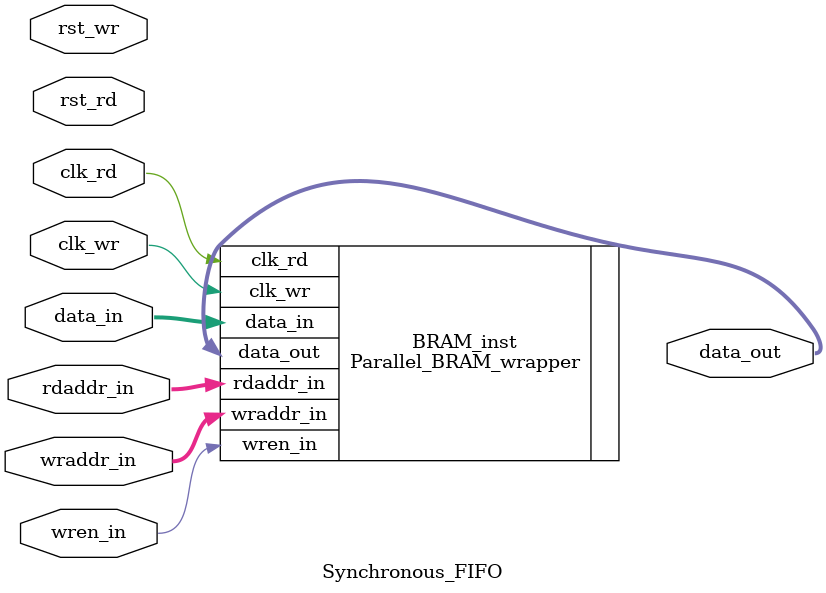
<source format=sv>


`timescale 1ns / 1ps


module Synchronous_FIFO
    #(
    parameter DEPTH = 32,
    parameter BRAM_WIDTH    = 32,
    parameter WIDTH_IN = 32,
    parameter WIDTH_OUT = 128
    )
    (
        clk_wr,
        rst_wr,
        clk_rd,
        rst_rd,
        data_in,
        data_out,
        wraddr_in,
        rdaddr_in,
        wren_in,
    );
    
    localparam LOG2_DEPTH = $clog2(DEPTH);
    
    input logic clk_wr, rst_wr, clk_rd, rst_rd;
    input logic [WIDTH_IN-1:0] data_in;
    input logic[LOG2_DEPTH-1:0] wraddr_in, rdaddr_in;
    input logic wren_in;
    output logic [WIDTH_OUT-1:0] data_out;
    
    Parallel_BRAM_wrapper
    #(
        .BRAM_WIDTH(BRAM_WIDTH),
        .BRAM_DEPTH(512),
        .FIFO_WIDTH_IN(WIDTH_IN),
        .FIFO_WIDTH_OUT(WIDTH_OUT),
        .FIFO_DEPTH(DEPTH)
    ) BRAM_inst (
        .clk_wr(clk_wr),
        .clk_rd(clk_rd),
        .wren_in(wren_in),
        .wraddr_in(wraddr_in),
        .rdaddr_in(rdaddr_in),
        .data_in(data_in),
        .data_out(data_out)
    );
    
endmodule

</source>
